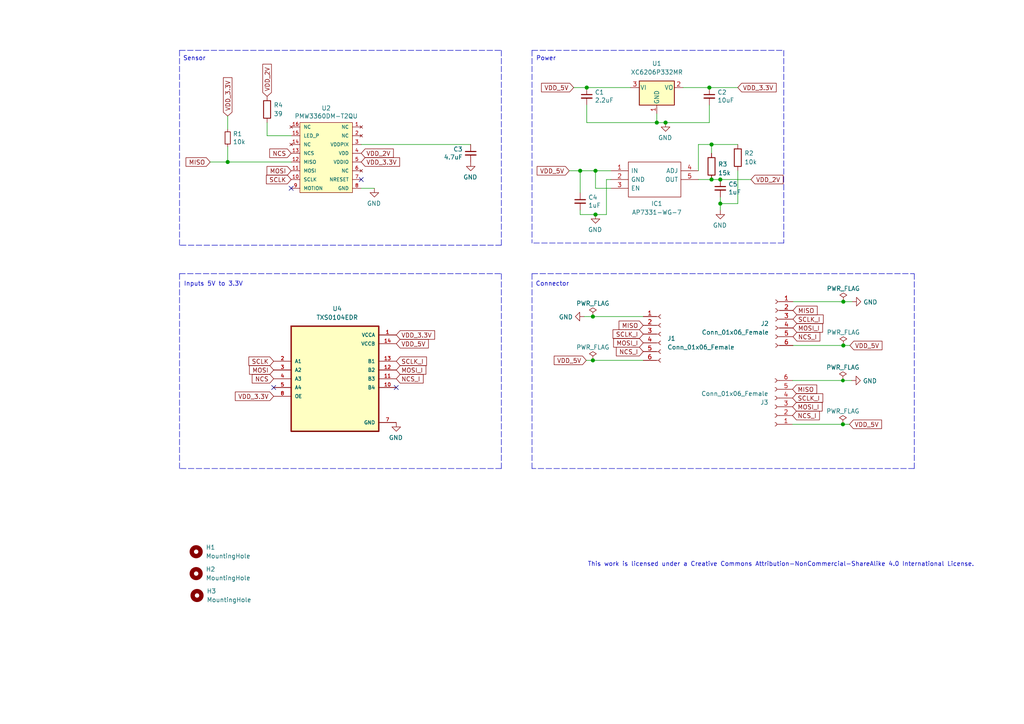
<source format=kicad_sch>
(kicad_sch (version 20230121) (generator eeschema)
  (paper "A4")
  (title_block (company "bastard keyboards") (comment 4 "Copyright Quentin Lebastard"))
  (lib_symbols
    (symbol "AP7331-WG-7:AP7331-WG-7" (pin_names (offset 0.762))
      (property "Reference" "IC" (at 21.59 7.62 0))
      (property "Value" "AP7331-WG-7" (at 21.59 5.08 0))
      (symbol "AP7331-WG-7_0_0"
        (pin passive line (at 0 0 0) (length 5.08) (name "IN") (number "1"))
        (pin passive line (at 0 -2.54 0) (length 5.08) (name "GND") (number "2"))
        (pin passive line (at 0 -5.08 0) (length 5.08) (name "EN") (number "3"))
        (pin passive line (at 25.4 0 180) (length 5.08) (name "ADJ") (number "4"))
        (pin passive line (at 25.4 -2.54 180) (length 5.08) (name "OUT") (number "5"))
      )
      (symbol "AP7331-WG-7_0_1"
        (polyline (pts (xy 5.08 2.54) (xy 20.32 2.54) (xy 20.32 -7.62) (xy 5.08 -7.62) (xy 5.08 2.54)) (stroke (width 0.1524)))
      )
    )
    (symbol "Connector:Conn_01x06_Female" (pin_names (offset 1.016) hide)
      (property "Reference" "J" (at 0 7.62 0))
      (property "Value" "Conn_01x06_Female" (at 0 -10.16 0))
      (symbol "Conn_01x06_Female_1_1"
        (arc (start 0 -7.112) (mid -0.5058 -7.62) (end 0 -8.128) (stroke (width 0.1524)))
        (arc (start 0 -4.572) (mid -0.5058 -5.08) (end 0 -5.588) (stroke (width 0.1524)))
        (arc (start 0 -2.032) (mid -0.5058 -2.54) (end 0 -3.048) (stroke (width 0.1524)))
        (polyline (pts (xy -1.27 -7.62) (xy -0.508 -7.62)) (stroke (width 0.1524)))
        (polyline (pts (xy -1.27 -5.08) (xy -0.508 -5.08)) (stroke (width 0.1524)))
        (polyline (pts (xy -1.27 -2.54) (xy -0.508 -2.54)) (stroke (width 0.1524)))
        (polyline (pts (xy -1.27 0) (xy -0.508 0)) (stroke (width 0.1524)))
        (polyline (pts (xy -1.27 2.54) (xy -0.508 2.54)) (stroke (width 0.1524)))
        (polyline (pts (xy -1.27 5.08) (xy -0.508 5.08)) (stroke (width 0.1524)))
        (arc (start 0 0.508) (mid -0.5058 0) (end 0 -0.508) (stroke (width 0.1524)))
        (arc (start 0 3.048) (mid -0.5058 2.54) (end 0 2.032) (stroke (width 0.1524)))
        (arc (start 0 5.588) (mid -0.5058 5.08) (end 0 4.572) (stroke (width 0.1524)))
        (pin passive line (at -5.08 5.08 0) (length 3.81) (name "Pin_1") (number "1"))
        (pin passive line (at -5.08 2.54 0) (length 3.81) (name "Pin_2") (number "2"))
        (pin passive line (at -5.08 0 0) (length 3.81) (name "Pin_3") (number "3"))
        (pin passive line (at -5.08 -2.54 0) (length 3.81) (name "Pin_4") (number "4"))
        (pin passive line (at -5.08 -5.08 0) (length 3.81) (name "Pin_5") (number "5"))
        (pin passive line (at -5.08 -7.62 0) (length 3.81) (name "Pin_6") (number "6"))
      )
    )
    (symbol "Device:C_Small" (pin_numbers hide) (pin_names (offset 0.254) hide)
      (property "Reference" "C" (at 0.254 1.778 0))
      (property "Value" "C_Small" (at 0.254 -2.032 0))
      (symbol "C_Small_0_1"
        (polyline (pts (xy -1.524 -0.508) (xy 1.524 -0.508)) (stroke (width 0.3302)))
        (polyline (pts (xy -1.524 0.508) (xy 1.524 0.508)) (stroke (width 0.3048)))
      )
      (symbol "C_Small_1_1"
        (pin passive line (at 0 2.54 270) (length 2.032) (name "~") (number "1"))
        (pin passive line (at 0 -2.54 90) (length 2.032) (name "~") (number "2"))
      )
    )
    (symbol "Device:R" (pin_numbers hide) (pin_names (offset 0))
      (property "Reference" "R" (at 2.032 0 90))
      (property "Value" "R" (at 0 0 90))
      (symbol "R_0_1"
        (rectangle (start -1.016 -2.54) (end 1.016 2.54) (stroke (width 0.254)))
      )
      (symbol "R_1_1"
        (pin passive line (at 0 3.81 270) (length 1.27) (name "~") (number "1"))
        (pin passive line (at 0 -3.81 90) (length 1.27) (name "~") (number "2"))
      )
    )
    (symbol "Device:R_Small" (pin_numbers hide) (pin_names (offset 0.254) hide)
      (property "Reference" "R" (at 0.762 0.508 0))
      (property "Value" "R_Small" (at 0.762 -1.016 0))
      (symbol "R_Small_0_1"
        (rectangle (start -0.762 1.778) (end 0.762 -1.778) (stroke (width 0.2032)))
      )
      (symbol "R_Small_1_1"
        (pin passive line (at 0 2.54 270) (length 0.762) (name "~") (number "1"))
        (pin passive line (at 0 -2.54 90) (length 0.762) (name "~") (number "2"))
      )
    )
    (symbol "Mechanical:MountingHole" (pin_names (offset 1.016))
      (property "Reference" "H" (at 0 5.08 0))
      (property "Value" "MountingHole" (at 0 3.175 0))
      (symbol "MountingHole_0_1"
        (circle (center 0 0) (radius 1.27) (stroke (width 1.27)))
      )
    )
    (symbol "Regulator_Linear:XC6206PxxxMR" (pin_names (offset 0.254))
      (property "Reference" "U" (at -3.81 3.175 0))
      (property "Value" "XC6206PxxxMR" (at 0 3.175 0))
      (symbol "XC6206PxxxMR_0_1"
        (rectangle (start -5.08 1.905) (end 5.08 -5.08) (stroke (width 0.254)) (fill (type background)))
      )
      (symbol "XC6206PxxxMR_1_1"
        (pin power_in line (at 0 -7.62 90) (length 2.54) (name "GND") (number "1"))
        (pin power_out line (at 7.62 0 180) (length 2.54) (name "VO") (number "2"))
        (pin power_in line (at -7.62 0 0) (length 2.54) (name "VI") (number "3"))
      )
    )
    (symbol "TXS0104EDR:TXS0104EDR" (pin_names (offset 1.016))
      (property "Reference" "U" (at -12.7 16.2306 0))
      (property "Value" "TXS0104EDR" (at -12.7 -19.2278 0))
      (symbol "TXS0104EDR_0_0"
        (rectangle (start -12.7 -15.24) (end 12.7 15.24) (stroke (width 0.4064)) (fill (type background)))
        (pin power_in line (at 17.78 12.7 180) (length 5.08) (name "VCCA") (number "1"))
        (pin output line (at 17.78 -2.54 180) (length 5.08) (name "B4") (number "10"))
        (pin output line (at 17.78 0 180) (length 5.08) (name "B3") (number "11"))
        (pin output line (at 17.78 2.54 180) (length 5.08) (name "B2") (number "12"))
        (pin output line (at 17.78 5.08 180) (length 5.08) (name "B1") (number "13"))
        (pin power_in line (at 17.78 10.16 180) (length 5.08) (name "VCCB") (number "14"))
        (pin input line (at -17.78 5.08 0) (length 5.08) (name "A1") (number "2"))
        (pin input line (at -17.78 2.54 0) (length 5.08) (name "A2") (number "3"))
        (pin input line (at -17.78 0 0) (length 5.08) (name "A3") (number "4"))
        (pin input line (at -17.78 -2.54 0) (length 5.08) (name "A4") (number "5"))
        (pin power_in line (at 17.78 -12.7 180) (length 5.08) (name "GND") (number "7"))
        (pin input line (at -17.78 -5.08 0) (length 5.08) (name "OE") (number "8"))
      )
    )
    (symbol "power:GND" (power) (pin_names (offset 0))
      (property "Value" "GND" (at 0 -3.81 0))
      (symbol "GND_0_1"
        (polyline (pts (xy 0 0) (xy 0 -1.27) (xy 1.27 -1.27) (xy 0 -2.54) (xy -1.27 -1.27) (xy 0 -1.27)))
      )
      (symbol "GND_1_1"
        (pin power_in line (at 0 0 270) (length 0) hide (name "GND") (number "1"))
      )
    )
    (symbol "power:PWR_FLAG" (power) (pin_numbers hide) (pin_names (offset 0) hide)
      (property "Value" "PWR_FLAG" (at 0 3.81 0))
      (symbol "PWR_FLAG_0_0"
        (pin power_out line (at 0 0 90) (length 0) (name "pwr") (number "1"))
      )
      (symbol "PWR_FLAG_0_1"
        (polyline (pts (xy 0 0) (xy 0 1.27) (xy -1.016 1.905) (xy 0 2.54) (xy 1.016 1.905) (xy 0 1.27)))
      )
    )
    (symbol "sensor-rescue:PWM3360-pwm3360" (pin_names (offset 1.016))
      (property "Reference" "U4" (at 0 14.351 0))
      (property "Value" "PMW3360DM-T2QU" (at 0 12.0396 0))
      (symbol "PWM3360-pwm3360_0_1"
        (rectangle (start -7.62 10.16) (end 7.62 -10.16) (fill (type background)))
      )
      (symbol "PWM3360-pwm3360_1_1"
        (pin no_connect line (at -10.16 8.89 0) (length 2.54) (name "NC") (number "1"))
        (pin input line (at 10.16 -6.35 180) (length 2.54) (name "SCLK") (number "10"))
        (pin input line (at 10.16 -3.81 180) (length 2.54) (name "MOSI") (number "11"))
        (pin output line (at 10.16 -1.27 180) (length 2.54) (name "MISO") (number "12"))
        (pin input line (at 10.16 1.27 180) (length 2.54) (name "NCS") (number "13"))
        (pin no_connect line (at 10.16 3.81 180) (length 2.54) (name "NC") (number "14"))
        (pin input line (at 10.16 6.35 180) (length 2.54) (name "LED_P") (number "15"))
        (pin no_connect line (at 10.16 8.89 180) (length 2.54) (name "NC") (number "16"))
        (pin no_connect line (at -10.16 6.35 0) (length 2.54) (name "NC") (number "2"))
        (pin power_out line (at -10.16 3.81 0) (length 2.54) (name "VDDPIX") (number "3"))
        (pin power_in line (at -10.16 1.27 0) (length 2.54) (name "VDD") (number "4"))
        (pin power_in line (at -10.16 -1.27 0) (length 2.54) (name "VDDIO") (number "5"))
        (pin no_connect line (at -10.16 -3.81 0) (length 2.54) (name "NC") (number "6"))
        (pin input line (at -10.16 -6.35 0) (length 2.54) (name "NRESET") (number "7"))
        (pin power_in line (at -10.16 -8.89 0) (length 2.54) (name "GND") (number "8"))
        (pin output line (at 10.16 -8.89 180) (length 2.54) (name "MOTION") (number "9"))
      )
    )
  )
  (junction (at 171.958 104.521) (diameter 1.016))
  (junction (at 193.04 35.56) (diameter 1.016))
  (junction (at 244.602 100.203) (diameter 1.016))
  (junction (at 244.475 123.063) (diameter 1.016))
  (junction (at 205.74 25.4) (diameter 1.016))
  (junction (at 168.275 49.53) (diameter 1.016))
  (junction (at 172.72 62.23) (diameter 1.016))
  (junction (at 170.18 25.4) (diameter 1.016))
  (junction (at 208.915 52.07) (diameter 1.016))
  (junction (at 190.5 35.56) (diameter 1.016))
  (junction (at 66.04 46.99) (diameter 1.016))
  (junction (at 172.72 49.53) (diameter 1.016))
  (junction (at 206.375 52.07) (diameter 1.016))
  (junction (at 171.958 91.821) (diameter 1.016))
  (junction (at 208.915 59.055) (diameter 1.016))
  (junction (at 244.475 110.363))
  (junction (at 244.602 87.503) (diameter 1.016))
  (junction (at 206.375 41.91) (diameter 1.016))
  (no_connect (at 104.775 52.07))
  (no_connect (at 79.375 112.395))
  (no_connect (at 114.935 112.395))
  (no_connect (at 84.455 54.61))
  (wire (pts (xy 193.04 35.56) (xy 205.74 35.56)))
  (polyline (pts (xy 154.305 79.375) (xy 154.305 135.89)) (stroke (width 0) (type dash)))
  (wire (pts (xy 169.418 91.821) (xy 171.958 91.821)))
  (wire (pts (xy 171.958 91.821) (xy 186.563 91.821)))
  (wire (pts (xy 170.18 30.48) (xy 170.18 35.56)))
  (polyline (pts (xy 145.415 79.375) (xy 145.415 135.89)) (stroke (width 0) (type dash)))
  (wire (pts (xy 168.275 49.53) (xy 168.275 55.88)))
  (wire (pts (xy 170.18 35.56) (xy 190.5 35.56)))
  (wire (pts (xy 190.5 35.56) (xy 193.04 35.56)))
  (wire (pts (xy 198.12 25.4) (xy 205.74 25.4)))
  (polyline (pts (xy 265.176 135.89) (xy 154.305 135.89)) (stroke (width 0) (type dash)))
  (polyline (pts (xy 52.07 79.375) (xy 145.415 79.375)) (stroke (width 0) (type dash)))
  (polyline (pts (xy 265.176 79.375) (xy 265.176 135.89)) (stroke (width 0) (type dash)))
  (wire (pts (xy 60.96 46.99) (xy 66.04 46.99)))
  (wire (pts (xy 104.775 41.91) (xy 136.525 41.91)))
  (wire (pts (xy 202.565 41.91) (xy 202.565 49.53)))
  (polyline (pts (xy 52.07 79.375) (xy 52.07 135.89)) (stroke (width 0) (type dash)))
  (wire (pts (xy 168.275 62.23) (xy 168.275 60.96)))
  (wire (pts (xy 172.72 62.23) (xy 168.275 62.23)))
  (wire (pts (xy 175.895 52.07) (xy 175.895 62.23)))
  (wire (pts (xy 175.895 62.23) (xy 172.72 62.23)))
  (wire (pts (xy 177.165 52.07) (xy 175.895 52.07)))
  (wire (pts (xy 229.87 110.363) (xy 244.475 110.363)))
  (polyline (pts (xy 145.415 135.89) (xy 52.07 135.89)) (stroke (width 0) (type dash)))
  (wire (pts (xy 208.915 52.07) (xy 217.805 52.07)))
  (wire (pts (xy 244.475 123.063) (xy 229.87 123.063)))
  (wire (pts (xy 247.015 110.363) (xy 244.475 110.363)))
  (wire (pts (xy 247.142 87.503) (xy 244.602 87.503)))
  (wire (pts (xy 246.507 100.203) (xy 244.602 100.203)))
  (wire (pts (xy 66.04 42.545) (xy 66.04 46.99)))
  (wire (pts (xy 66.04 46.99) (xy 84.455 46.99)))
  (wire (pts (xy 244.602 100.203) (xy 229.997 100.203)))
  (wire (pts (xy 206.375 41.91) (xy 206.375 44.45)))
  (polyline (pts (xy 154.305 79.375) (xy 265.176 79.375)) (stroke (width 0) (type dash)))
  (polyline (pts (xy 145.415 14.605) (xy 145.415 71.12)) (stroke (width 0) (type dash)))
  (polyline (pts (xy 52.07 14.605) (xy 145.415 14.605)) (stroke (width 0) (type dash)))
  (wire (pts (xy 205.74 25.4) (xy 213.995 25.4)))
  (wire (pts (xy 166.37 25.4) (xy 170.18 25.4)))
  (wire (pts (xy 213.995 49.53) (xy 213.995 59.055)))
  (wire (pts (xy 213.995 59.055) (xy 208.915 59.055)))
  (polyline (pts (xy 154.305 14.605) (xy 154.305 70.485)) (stroke (width 0) (type dash)))
  (polyline (pts (xy 154.305 14.605) (xy 227.33 14.605)) (stroke (width 0) (type dash)))
  (polyline (pts (xy 227.33 14.605) (xy 227.33 70.485)) (stroke (width 0) (type dash)))
  (polyline (pts (xy 227.33 70.485) (xy 154.305 70.485)) (stroke (width 0) (type dash)))
  (wire (pts (xy 66.04 33.655) (xy 66.04 37.465)))
  (wire (pts (xy 170.18 25.4) (xy 182.88 25.4)))
  (wire (pts (xy 172.72 54.61) (xy 172.72 49.53)))
  (wire (pts (xy 177.165 54.61) (xy 172.72 54.61)))
  (wire (pts (xy 190.5 33.02) (xy 190.5 35.56)))
  (wire (pts (xy 205.74 30.48) (xy 205.74 35.56)))
  (wire (pts (xy 104.775 54.61) (xy 108.585 54.61)))
  (wire (pts (xy 202.565 41.91) (xy 206.375 41.91)))
  (wire (pts (xy 170.053 104.521) (xy 171.958 104.521)))
  (wire (pts (xy 171.958 104.521) (xy 186.563 104.521)))
  (wire (pts (xy 202.565 52.07) (xy 206.375 52.07)))
  (wire (pts (xy 206.375 52.07) (xy 208.915 52.07)))
  (polyline (pts (xy 145.415 71.12) (xy 52.07 71.12)) (stroke (width 0) (type dash)))
  (wire (pts (xy 206.375 41.91) (xy 213.995 41.91)))
  (wire (pts (xy 229.997 87.503) (xy 244.602 87.503)))
  (wire (pts (xy 77.47 39.37) (xy 77.47 35.56)))
  (wire (pts (xy 84.455 39.37) (xy 77.47 39.37)))
  (polyline (pts (xy 52.07 14.605) (xy 52.07 71.12)) (stroke (width 0) (type dash)))
  (wire (pts (xy 246.38 123.063) (xy 244.475 123.063)))
  (wire (pts (xy 165.1 49.53) (xy 168.275 49.53)))
  (wire (pts (xy 168.275 49.53) (xy 172.72 49.53)))
  (wire (pts (xy 172.72 49.53) (xy 177.165 49.53)))
  (wire (pts (xy 208.915 57.15) (xy 208.915 59.055)))
  (wire (pts (xy 208.915 59.055) (xy 208.915 60.96)))
  (text "This work is licensed under a Creative Commons Attribution-NonCommercial-ShareAlike 4.0 International License." (at 282.575 164.465 0) (effects (font (size 1.27 1.27)) (justify right bottom)))
  (text "Power" (at 161.29 17.78 0) (effects (font (size 1.27 1.27)) (justify right bottom)))
  (text "Sensor" (at 59.69 17.78 0) (effects (font (size 1.27 1.27)) (justify right bottom)))
  (text "Inputs 5V to 3.3V" (at 70.485 83.185 0) (effects (font (size 1.27 1.27)) (justify right bottom)))
  (text "Connector" (at 165.1 83.185 0) (effects (font (size 1.27 1.27)) (justify right bottom)))
  (global_label "NCS_I" (shape input) (at 229.997 97.663 0) (property "Intersheetrefs" "${INTERSHEET_REFS}" (effects hide)))
  (global_label "MISO" (shape input) (at 229.997 90.043 0) (property "Intersheetrefs" "${INTERSHEET_REFS}" (effects hide)))
  (global_label "VDD_3.3V" (shape input) (at 66.04 33.655 90) (property "Intersheetrefs" "${INTERSHEET_REFS}" (effects hide)))
  (global_label "SCLK" (shape input) (at 84.455 52.07 180) (property "Intersheetrefs" "${INTERSHEET_REFS}" (effects hide)))
  (global_label "NCS" (shape input) (at 84.455 44.45 180) (property "Intersheetrefs" "${INTERSHEET_REFS}" (effects hide)))
  (global_label "SCLK_I" (shape input) (at 229.997 92.583 0) (property "Intersheetrefs" "${INTERSHEET_REFS}" (effects hide)))
  (global_label "NCS" (shape input) (at 79.375 109.855 180) (property "Intersheetrefs" "${INTERSHEET_REFS}" (effects hide)))
  (global_label "VDD_2V" (shape input) (at 217.805 52.07 0) (property "Intersheetrefs" "${INTERSHEET_REFS}" (effects hide)))
  (global_label "VDD_5V" (shape input) (at 114.935 99.695 0) (property "Intersheetrefs" "${INTERSHEET_REFS}" (effects hide)))
  (global_label "VDD_3.3V" (shape input) (at 104.775 46.99 0) (property "Intersheetrefs" "${INTERSHEET_REFS}" (effects hide)))
  (global_label "MISO" (shape input) (at 186.563 94.361 180) (property "Intersheetrefs" "${INTERSHEET_REFS}" (effects hide)))
  (global_label "VDD_5V" (shape input) (at 246.507 100.203 0) (property "Intersheetrefs" "${INTERSHEET_REFS}" (effects hide)))
  (global_label "MOSI_I" (shape input) (at 186.563 99.441 180) (property "Intersheetrefs" "${INTERSHEET_REFS}" (effects hide)))
  (global_label "VDD_3.3V" (shape input) (at 114.935 97.155 0) (property "Intersheetrefs" "${INTERSHEET_REFS}" (effects hide)))
  (global_label "SCLK_I" (shape input) (at 114.935 104.775 0) (property "Intersheetrefs" "${INTERSHEET_REFS}" (effects hide)))
  (global_label "NCS_I" (shape input) (at 186.563 101.981 180) (property "Intersheetrefs" "${INTERSHEET_REFS}" (effects hide)))
  (global_label "VDD_5V" (shape input) (at 166.37 25.4 180) (property "Intersheetrefs" "${INTERSHEET_REFS}" (effects hide)))
  (global_label "MISO" (shape input) (at 229.87 112.903 0) (property "Intersheetrefs" "${INTERSHEET_REFS}" (effects hide)))
  (global_label "VDD_2V" (shape input) (at 104.775 44.45 0) (property "Intersheetrefs" "${INTERSHEET_REFS}" (effects hide)))
  (global_label "VDD_2V" (shape input) (at 77.47 27.94 90) (property "Intersheetrefs" "${INTERSHEET_REFS}" (effects hide)))
  (global_label "VDD_3.3V" (shape input) (at 79.375 114.935 180) (property "Intersheetrefs" "${INTERSHEET_REFS}" (effects hide)))
  (global_label "SCLK" (shape input) (at 79.375 104.775 180) (property "Intersheetrefs" "${INTERSHEET_REFS}" (effects hide)))
  (global_label "MISO" (shape input) (at 60.96 46.99 180) (property "Intersheetrefs" "${INTERSHEET_REFS}" (effects hide)))
  (global_label "MOSI" (shape input) (at 84.455 49.53 180) (property "Intersheetrefs" "${INTERSHEET_REFS}" (effects hide)))
  (global_label "VDD_5V" (shape input) (at 165.1 49.53 180) (property "Intersheetrefs" "${INTERSHEET_REFS}" (effects hide)))
  (global_label "VDD_5V" (shape input) (at 170.053 104.521 180) (property "Intersheetrefs" "${INTERSHEET_REFS}" (effects hide)))
  (global_label "NCS_I" (shape input) (at 114.935 109.855 0) (property "Intersheetrefs" "${INTERSHEET_REFS}" (effects hide)))
  (global_label "MOSI_I" (shape input) (at 229.87 117.983 0) (property "Intersheetrefs" "${INTERSHEET_REFS}" (effects hide)))
  (global_label "NCS_I" (shape input) (at 229.87 120.523 0) (property "Intersheetrefs" "${INTERSHEET_REFS}" (effects hide)))
  (global_label "MOSI_I" (shape input) (at 229.997 95.123 0) (property "Intersheetrefs" "${INTERSHEET_REFS}" (effects hide)))
  (global_label "SCLK_I" (shape input) (at 229.87 115.443 0) (property "Intersheetrefs" "${INTERSHEET_REFS}" (effects hide)))
  (global_label "VDD_3.3V" (shape input) (at 213.995 25.4 0) (property "Intersheetrefs" "${INTERSHEET_REFS}" (effects hide)))
  (global_label "MOSI" (shape input) (at 79.375 107.315 180) (property "Intersheetrefs" "${INTERSHEET_REFS}" (effects hide)))
  (global_label "VDD_5V" (shape input) (at 246.38 123.063 0) (property "Intersheetrefs" "${INTERSHEET_REFS}" (effects hide)))
  (global_label "MOSI_I" (shape input) (at 114.935 107.315 0) (property "Intersheetrefs" "${INTERSHEET_REFS}" (effects hide)))
  (global_label "SCLK_I" (shape input) (at 186.563 96.901 180) (property "Intersheetrefs" "${INTERSHEET_REFS}" (effects hide)))
  (symbol (lib_id "sensor-rescue:PWM3360-pwm3360") (at 94.615 45.72 0) (mirror y) (unit 1)
    (property "Reference" "U2" (at 94.615 31.369 0))
    (property "Value" "PMW3360DM-T2QU" (at 94.615 33.6804 0))
    (property "Footprint" "jw_custom_footprint:PMW3360DM_DIP-16_W10.16mm" (effects hide))
  )
  (symbol (lib_id "Device:C_Small") (at 136.525 44.45 0) (mirror y) (unit 1)
    (property "Reference" "C3" (at 134.1882 43.2816 0) (effects (justify left)))
    (property "Value" "4.7uF" (at 134.1882 45.593 0) (effects (justify left)))
    (property "Footprint" "Capacitor_SMD:C_1206_3216Metric_Pad1.42x1.75mm_HandSolder" (effects hide))
    (property "LCSC" " C29823" (effects hide))
  )
  (symbol (lib_id "power:GND") (at 136.525 46.99 0) (mirror y) (unit 1)
    (property "Reference" "#PWR02" (effects hide))
    (property "Value" "GND" (at 136.398 51.3842 0))
  )
  (symbol (lib_id "power:GND") (at 108.585 54.61 0) (mirror y) (unit 1)
    (property "Reference" "#PWR03" (effects hide))
    (property "Value" "GND" (at 108.458 59.0042 0))
  )
  (symbol (lib_id "Mechanical:MountingHole") (at 57.15 172.72 0) (unit 1)
    (property "Reference" "H3" (at 59.944 171.45 0) (effects (justify left)))
    (property "Value" "MountingHole" (at 59.944 173.99 0) (effects (justify left)))
    (property "Footprint" "MountingHole:MountingHole_3.2mm_M3_ISO7380_Pad" (effects hide))
  )
  (symbol (lib_id "Connector:Conn_01x06_Female") (at 191.643 96.901 0) (unit 1)
    (property "Reference" "J1" (at 193.548 98.171 0) (effects (justify left)))
    (property "Value" "Conn_01x06_Female" (at 193.548 100.711 0) (effects (justify left)))
    (property "Footprint" "Connector_Hirose:Hirose_DF13-06P-1.25DS_1x06_P1.25mm_Horizontal" (effects hide))
  )
  (symbol (lib_id "power:GND") (at 247.015 110.363 90) (mirror x) (unit 1)
    (property "Reference" "#PWR07" (effects hide))
    (property "Value" "GND" (at 250.2662 110.49 90) (effects (justify right)))
  )
  (symbol (lib_id "Device:C_Small") (at 208.915 54.61 0) (unit 1)
    (property "Reference" "C5" (at 211.2518 53.4416 0) (effects (justify left)))
    (property "Value" "1uF" (at 211.252 55.753 0) (effects (justify left)))
    (property "Footprint" "Capacitor_SMD:C_1206_3216Metric_Pad1.42x1.75mm_HandSolder" (effects hide))
    (property "LCSC" "C1926" (effects hide))
  )
  (symbol (lib_id "power:GND") (at 208.915 60.96 0) (mirror y) (unit 1)
    (property "Reference" "#PWR06" (effects hide))
    (property "Value" "GND" (at 208.788 65.3542 0))
  )
  (symbol (lib_id "Device:C_Small") (at 168.275 58.42 0) (unit 1)
    (property "Reference" "C4" (at 170.6118 57.2516 0) (effects (justify left)))
    (property "Value" "1uF" (at 170.6118 59.563 0) (effects (justify left)))
    (property "Footprint" "Capacitor_SMD:C_1206_3216Metric_Pad1.42x1.75mm_HandSolder" (effects hide))
    (property "LCSC" "C1926" (effects hide))
  )
  (symbol (lib_id "TXS0104EDR:TXS0104EDR") (at 97.155 109.855 0) (unit 1)
    (property "Reference" "U4" (at 97.79 89.535 0))
    (property "Value" "TXS0104EDR" (at 97.79 92.075 0))
    (property "Footprint" "local:SOIC127P600X175-14N" (effects hide))
    (property "LCSC" "C79342" (effects hide))
  )
  (symbol (lib_id "Device:C_Small") (at 170.18 27.94 0) (unit 1)
    (property "Reference" "C1" (at 172.5168 26.7716 0) (effects (justify left)))
    (property "Value" "2.2uF" (at 172.517 29.083 0) (effects (justify left)))
    (property "Footprint" "Capacitor_SMD:C_1206_3216Metric_Pad1.42x1.75mm_HandSolder" (effects hide))
    (property "LCSC" " C1858" (effects hide))
  )
  (symbol (lib_id "Device:R") (at 213.995 45.72 0) (unit 1)
    (property "Reference" "R2" (at 215.9 44.45 0) (effects (justify left)))
    (property "Value" "10k" (at 215.9 46.99 0) (effects (justify left)))
    (property "Footprint" "Resistor_SMD:R_1206_3216Metric_Pad1.42x1.75mm_HandSolder" (effects hide))
    (property "LCSC" "C328409" (effects hide))
  )
  (symbol (lib_id "Device:R") (at 206.375 48.26 0) (unit 1)
    (property "Reference" "R3" (at 208.28 47.625 0) (effects (justify left)))
    (property "Value" "15k" (at 208.28 50.165 0) (effects (justify left)))
    (property "Footprint" "Resistor_SMD:R_1206_3216Metric_Pad1.42x1.75mm_HandSolder" (effects hide))
    (property "LCSC" "C351534" (effects hide))
  )
  (symbol (lib_id "Mechanical:MountingHole") (at 56.896 166.37 0) (unit 1)
    (property "Reference" "H2" (at 59.69 165.1 0) (effects (justify left)))
    (property "Value" "MountingHole" (at 59.69 167.64 0) (effects (justify left)))
    (property "Footprint" "MountingHole:MountingHole_3.2mm_M3_ISO7380_Pad" (effects hide))
  )
  (symbol (lib_id "power:PWR_FLAG") (at 171.958 91.821 0) (unit 1)
    (property "Reference" "#FLG01" (effects hide))
    (property "Value" "PWR_FLAG" (at 171.958 88.011 0))
  )
  (symbol (lib_id "Connector:Conn_01x06_Female") (at 224.917 92.583 0) (mirror y) (unit 1)
    (property "Reference" "J2" (at 223.012 93.853 0) (effects (justify left)))
    (property "Value" "Conn_01x06_Female" (at 223.012 96.393 0) (effects (justify left)))
    (property "Footprint" "Connector_FFC-FPC:TE_84952-6_1x06-1MP_P1.0mm_Horizontal" (effects hide))
  )
  (symbol (lib_id "Device:R") (at 77.47 31.75 0) (unit 1)
    (property "Reference" "R4" (at 79.375 30.48 0) (effects (justify left)))
    (property "Value" "39" (at 79.375 33.02 0) (effects (justify left)))
    (property "Footprint" "Resistor_SMD:R_1206_3216Metric_Pad1.42x1.75mm_HandSolder" (effects hide))
    (property "LCSC" "C153384" (effects hide))
  )
  (symbol (lib_id "power:GND") (at 172.72 62.23 0) (mirror y) (unit 1)
    (property "Reference" "#PWR04" (effects hide))
    (property "Value" "GND" (at 172.593 66.6242 0))
  )
  (symbol (lib_id "Connector:Conn_01x06_Female") (at 224.79 117.983 180) (unit 1)
    (property "Reference" "J3" (at 222.885 116.713 0) (effects (justify left)))
    (property "Value" "Conn_01x06_Female" (at 222.885 114.173 0) (effects (justify left)))
    (property "Footprint" "Connector_FFC-FPC:TE_84952-6_1x06-1MP_P1.0mm_Horizontal" (effects hide))
  )
  (symbol (lib_id "power:GND") (at 169.418 91.821 270) (unit 1)
    (property "Reference" "#PWR05" (effects hide))
    (property "Value" "GND" (at 166.1668 91.948 90) (effects (justify right)))
  )
  (symbol (lib_id "power:PWR_FLAG") (at 171.958 104.521 0) (unit 1)
    (property "Reference" "#FLG02" (effects hide))
    (property "Value" "PWR_FLAG" (at 171.958 100.711 0))
  )
  (symbol (lib_id "AP7331-WG-7:AP7331-WG-7") (at 177.165 49.53 0) (unit 1)
    (property "Reference" "IC1" (at 190.5 59.055 0))
    (property "Value" "AP7331-WG-7" (at 190.5 61.595 0))
    (property "Footprint" "local:AP7331" (effects hide))
    (property "Datasheet" "http://uk.rs-online.com/web/p/products/7513083" (effects hide))
    (property "Description" "LDO Voltage Regulators LDO SOT-25 ADJUSTABLE 300MA" (effects hide))
    (property "Height" "1.45" (effects hide))
    (property "Manufacturer_Name" "Diodes Inc." (effects hide))
    (property "Manufacturer_Part_Number" "AP7331-WG-7" (effects hide))
    (property "Mouser Part Number" "621-AP7331-WG-7" (effects hide))
    (property "Mouser Price/Stock" "https://www.mouser.co.uk/ProductDetail/Diodes-Incorporated/AP7331-WG-7?qs=vIZ3oKQCLxr9PiNSCoXN%2FQ%3D%3D" (effects hide))
    (property "Arrow Part Number" "AP7331-WG-7" (effects hide))
    (property "Arrow Price/Stock" "https://www.arrow.com/en/products/ap7331-wg-7/diodes-incorporated?region=nac" (effects hide))
    (property "LCSC" "C460382" (effects hide))
  )
  (symbol (lib_id "power:PWR_FLAG") (at 244.602 87.503 0) (mirror y) (unit 1)
    (property "Reference" "#FLG05" (effects hide))
    (property "Value" "PWR_FLAG" (at 244.602 83.693 0))
  )
  (symbol (lib_id "power:PWR_FLAG") (at 244.475 123.063 0) (mirror y) (unit 1)
    (property "Reference" "#FLG04" (effects hide))
    (property "Value" "PWR_FLAG" (at 244.475 119.253 0))
  )
  (symbol (lib_id "Device:C_Small") (at 205.74 27.94 0) (unit 1)
    (property "Reference" "C2" (at 208.0768 26.7716 0) (effects (justify left)))
    (property "Value" "10uF" (at 208.077 29.083 0) (effects (justify left)))
    (property "Footprint" "Capacitor_SMD:C_1206_3216Metric_Pad1.42x1.75mm_HandSolder" (effects hide))
    (property "LCSC" "C152957" (effects hide))
  )
  (symbol (lib_id "power:GND") (at 114.935 122.555 0) (mirror y) (unit 1)
    (property "Reference" "#PWR0101" (effects hide))
    (property "Value" "GND" (at 114.808 126.9492 0))
  )
  (symbol (lib_id "power:GND") (at 247.142 87.503 90) (mirror x) (unit 1)
    (property "Reference" "#PWR08" (effects hide))
    (property "Value" "GND" (at 250.3932 87.63 90) (effects (justify right)))
  )
  (symbol (lib_id "power:PWR_FLAG") (at 244.602 100.203 0) (mirror y) (unit 1)
    (property "Reference" "#FLG06" (effects hide))
    (property "Value" "PWR_FLAG" (at 244.602 96.393 0))
  )
  (symbol (lib_id "Mechanical:MountingHole") (at 56.896 160.02 0) (unit 1)
    (property "Reference" "H1" (at 59.69 158.75 0) (effects (justify left)))
    (property "Value" "MountingHole" (at 59.69 161.29 0) (effects (justify left)))
    (property "Footprint" "MountingHole:MountingHole_3.2mm_M3_ISO7380_Pad" (effects hide))
  )
  (symbol (lib_id "power:GND") (at 193.04 35.56 0) (mirror y) (unit 1)
    (property "Reference" "#PWR01" (effects hide))
    (property "Value" "GND" (at 192.913 39.9542 0))
  )
  (symbol (lib_id "Regulator_Linear:XC6206PxxxMR") (at 190.5 25.4 0) (unit 1)
    (property "Reference" "U1" (at 190.5 18.415 0))
    (property "Value" "XC6206P332MR" (at 190.5 20.955 0))
    (property "Footprint" "Package_TO_SOT_SMD:TSOT-23_HandSoldering" (effects hide))
    (property "Datasheet" "https://www.torexsemi.com/file/xc6206/XC6206.pdf" (effects hide))
    (property "LCSC" "C347376" (effects hide))
  )
  (symbol (lib_id "Device:R_Small") (at 66.04 40.005 0) (unit 1)
    (property "Reference" "R1" (at 67.5386 38.8366 0) (effects (justify left)))
    (property "Value" "10k" (at 67.5386 41.148 0) (effects (justify left)))
    (property "Footprint" "Resistor_SMD:R_1206_3216Metric_Pad1.42x1.75mm_HandSolder" (effects hide))
    (property "LCSC" "C328409" (effects hide))
  )
  (symbol (lib_id "power:PWR_FLAG") (at 244.475 110.363 0) (mirror y) (unit 1)
    (property "Reference" "#FLG03" (effects hide))
    (property "Value" "PWR_FLAG" (at 244.475 106.553 0))
  )
)
</source>
